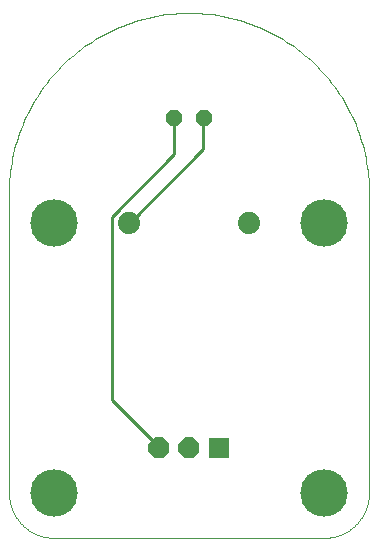
<source format=gtl>
G75*
%MOIN*%
%OFA0B0*%
%FSLAX25Y25*%
%IPPOS*%
%LPD*%
%AMOC8*
5,1,8,0,0,1.08239X$1,22.5*
%
%ADD10OC8,0.05200*%
%ADD11C,0.07400*%
%ADD12C,0.15811*%
%ADD13C,0.00000*%
%ADD14OC8,0.07000*%
%ADD15R,0.07000X0.07000*%
%ADD16C,0.01000*%
D10*
X0056500Y0141500D03*
X0066500Y0141500D03*
D11*
X0081500Y0106500D03*
X0041500Y0106500D03*
D12*
X0016500Y0106500D03*
X0016500Y0016500D03*
X0106500Y0016500D03*
X0106500Y0106500D03*
D13*
X0001500Y0116500D02*
X0001500Y0016500D01*
X0001504Y0016138D01*
X0001518Y0015775D01*
X0001539Y0015413D01*
X0001570Y0015052D01*
X0001609Y0014692D01*
X0001657Y0014333D01*
X0001714Y0013975D01*
X0001779Y0013618D01*
X0001853Y0013263D01*
X0001936Y0012910D01*
X0002027Y0012559D01*
X0002126Y0012211D01*
X0002234Y0011865D01*
X0002350Y0011521D01*
X0002475Y0011181D01*
X0002607Y0010844D01*
X0002748Y0010510D01*
X0002897Y0010179D01*
X0003054Y0009852D01*
X0003218Y0009529D01*
X0003390Y0009210D01*
X0003570Y0008896D01*
X0003758Y0008585D01*
X0003953Y0008280D01*
X0004155Y0007979D01*
X0004365Y0007683D01*
X0004581Y0007393D01*
X0004805Y0007107D01*
X0005035Y0006827D01*
X0005272Y0006553D01*
X0005516Y0006285D01*
X0005766Y0006022D01*
X0006022Y0005766D01*
X0006285Y0005516D01*
X0006553Y0005272D01*
X0006827Y0005035D01*
X0007107Y0004805D01*
X0007393Y0004581D01*
X0007683Y0004365D01*
X0007979Y0004155D01*
X0008280Y0003953D01*
X0008585Y0003758D01*
X0008896Y0003570D01*
X0009210Y0003390D01*
X0009529Y0003218D01*
X0009852Y0003054D01*
X0010179Y0002897D01*
X0010510Y0002748D01*
X0010844Y0002607D01*
X0011181Y0002475D01*
X0011521Y0002350D01*
X0011865Y0002234D01*
X0012211Y0002126D01*
X0012559Y0002027D01*
X0012910Y0001936D01*
X0013263Y0001853D01*
X0013618Y0001779D01*
X0013975Y0001714D01*
X0014333Y0001657D01*
X0014692Y0001609D01*
X0015052Y0001570D01*
X0015413Y0001539D01*
X0015775Y0001518D01*
X0016138Y0001504D01*
X0016500Y0001500D01*
X0106500Y0001500D01*
X0106862Y0001504D01*
X0107225Y0001518D01*
X0107587Y0001539D01*
X0107948Y0001570D01*
X0108308Y0001609D01*
X0108667Y0001657D01*
X0109025Y0001714D01*
X0109382Y0001779D01*
X0109737Y0001853D01*
X0110090Y0001936D01*
X0110441Y0002027D01*
X0110789Y0002126D01*
X0111135Y0002234D01*
X0111479Y0002350D01*
X0111819Y0002475D01*
X0112156Y0002607D01*
X0112490Y0002748D01*
X0112821Y0002897D01*
X0113148Y0003054D01*
X0113471Y0003218D01*
X0113790Y0003390D01*
X0114104Y0003570D01*
X0114415Y0003758D01*
X0114720Y0003953D01*
X0115021Y0004155D01*
X0115317Y0004365D01*
X0115607Y0004581D01*
X0115893Y0004805D01*
X0116173Y0005035D01*
X0116447Y0005272D01*
X0116715Y0005516D01*
X0116978Y0005766D01*
X0117234Y0006022D01*
X0117484Y0006285D01*
X0117728Y0006553D01*
X0117965Y0006827D01*
X0118195Y0007107D01*
X0118419Y0007393D01*
X0118635Y0007683D01*
X0118845Y0007979D01*
X0119047Y0008280D01*
X0119242Y0008585D01*
X0119430Y0008896D01*
X0119610Y0009210D01*
X0119782Y0009529D01*
X0119946Y0009852D01*
X0120103Y0010179D01*
X0120252Y0010510D01*
X0120393Y0010844D01*
X0120525Y0011181D01*
X0120650Y0011521D01*
X0120766Y0011865D01*
X0120874Y0012211D01*
X0120973Y0012559D01*
X0121064Y0012910D01*
X0121147Y0013263D01*
X0121221Y0013618D01*
X0121286Y0013975D01*
X0121343Y0014333D01*
X0121391Y0014692D01*
X0121430Y0015052D01*
X0121461Y0015413D01*
X0121482Y0015775D01*
X0121496Y0016138D01*
X0121500Y0016500D01*
X0121500Y0116500D01*
X0121482Y0117961D01*
X0121429Y0119421D01*
X0121340Y0120880D01*
X0121216Y0122336D01*
X0121056Y0123788D01*
X0120861Y0125236D01*
X0120630Y0126679D01*
X0120365Y0128116D01*
X0120065Y0129546D01*
X0119730Y0130968D01*
X0119360Y0132382D01*
X0118956Y0133786D01*
X0118518Y0135180D01*
X0118046Y0136563D01*
X0117541Y0137934D01*
X0117002Y0139292D01*
X0116431Y0140637D01*
X0115827Y0141967D01*
X0115191Y0143283D01*
X0114523Y0144582D01*
X0113823Y0145865D01*
X0113092Y0147130D01*
X0112331Y0148378D01*
X0111540Y0149606D01*
X0110719Y0150815D01*
X0109869Y0152003D01*
X0108990Y0153170D01*
X0108083Y0154316D01*
X0107148Y0155439D01*
X0106186Y0156539D01*
X0105198Y0157615D01*
X0104184Y0158667D01*
X0103144Y0159694D01*
X0102080Y0160695D01*
X0100992Y0161671D01*
X0099880Y0162619D01*
X0098746Y0163540D01*
X0097589Y0164433D01*
X0096412Y0165297D01*
X0095213Y0166133D01*
X0093994Y0166939D01*
X0092756Y0167716D01*
X0091500Y0168462D01*
X0090226Y0169177D01*
X0088935Y0169861D01*
X0087627Y0170513D01*
X0086304Y0171133D01*
X0084966Y0171721D01*
X0083615Y0172276D01*
X0082250Y0172798D01*
X0080873Y0173286D01*
X0079484Y0173741D01*
X0078085Y0174162D01*
X0076676Y0174549D01*
X0075258Y0174901D01*
X0073832Y0175219D01*
X0072398Y0175502D01*
X0070958Y0175750D01*
X0069513Y0175963D01*
X0068062Y0176140D01*
X0066608Y0176282D01*
X0065151Y0176389D01*
X0063691Y0176460D01*
X0062231Y0176496D01*
X0060769Y0176496D01*
X0059309Y0176460D01*
X0057849Y0176389D01*
X0056392Y0176282D01*
X0054938Y0176140D01*
X0053487Y0175963D01*
X0052042Y0175750D01*
X0050602Y0175502D01*
X0049168Y0175219D01*
X0047742Y0174901D01*
X0046324Y0174549D01*
X0044915Y0174162D01*
X0043516Y0173741D01*
X0042127Y0173286D01*
X0040750Y0172798D01*
X0039385Y0172276D01*
X0038034Y0171721D01*
X0036696Y0171133D01*
X0035373Y0170513D01*
X0034065Y0169861D01*
X0032774Y0169177D01*
X0031500Y0168462D01*
X0030244Y0167716D01*
X0029006Y0166939D01*
X0027787Y0166133D01*
X0026588Y0165297D01*
X0025411Y0164433D01*
X0024254Y0163540D01*
X0023120Y0162619D01*
X0022008Y0161671D01*
X0020920Y0160695D01*
X0019856Y0159694D01*
X0018816Y0158667D01*
X0017802Y0157615D01*
X0016814Y0156539D01*
X0015852Y0155439D01*
X0014917Y0154316D01*
X0014010Y0153170D01*
X0013131Y0152003D01*
X0012281Y0150815D01*
X0011460Y0149606D01*
X0010669Y0148378D01*
X0009908Y0147130D01*
X0009177Y0145865D01*
X0008477Y0144582D01*
X0007809Y0143283D01*
X0007173Y0141967D01*
X0006569Y0140637D01*
X0005998Y0139292D01*
X0005459Y0137934D01*
X0004954Y0136563D01*
X0004482Y0135180D01*
X0004044Y0133786D01*
X0003640Y0132382D01*
X0003270Y0130968D01*
X0002935Y0129546D01*
X0002635Y0128116D01*
X0002370Y0126679D01*
X0002139Y0125236D01*
X0001944Y0123788D01*
X0001784Y0122336D01*
X0001660Y0120880D01*
X0001571Y0119421D01*
X0001518Y0117961D01*
X0001500Y0116500D01*
D14*
X0051500Y0031500D03*
X0061500Y0031500D03*
D15*
X0071500Y0031500D03*
D16*
X0051500Y0031500D02*
X0051000Y0032100D01*
X0035700Y0047400D01*
X0035700Y0108600D01*
X0056400Y0129300D01*
X0056400Y0141000D01*
X0056500Y0141500D01*
X0066300Y0141000D02*
X0066300Y0131100D01*
X0042000Y0106800D01*
X0041500Y0106500D01*
X0066300Y0141000D02*
X0066500Y0141500D01*
M02*

</source>
